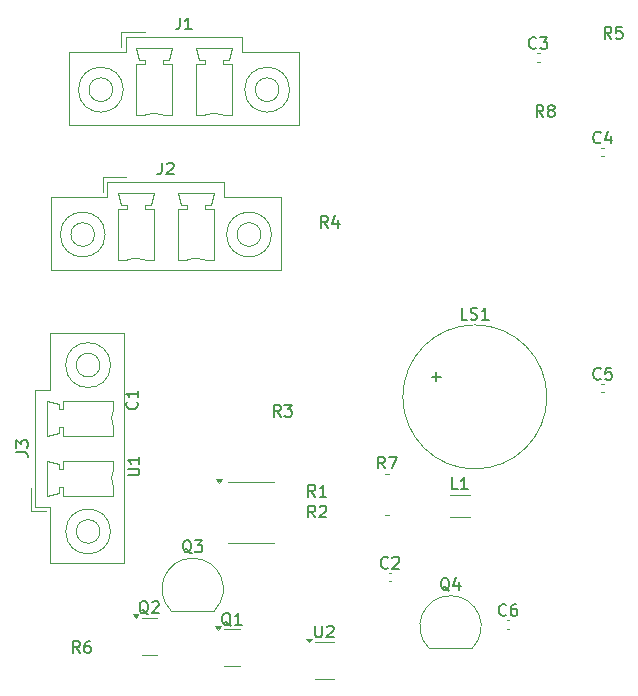
<source format=gbr>
G04 #@! TF.GenerationSoftware,KiCad,Pcbnew,9.0.4*
G04 #@! TF.CreationDate,2026-02-01T17:43:42+05:30*
G04 #@! TF.ProjectId,Classdamp ltversion,436c6173-7364-4616-9d70-206c74766572,rev?*
G04 #@! TF.SameCoordinates,Original*
G04 #@! TF.FileFunction,Legend,Top*
G04 #@! TF.FilePolarity,Positive*
%FSLAX46Y46*%
G04 Gerber Fmt 4.6, Leading zero omitted, Abs format (unit mm)*
G04 Created by KiCad (PCBNEW 9.0.4) date 2026-02-01 17:43:42*
%MOMM*%
%LPD*%
G01*
G04 APERTURE LIST*
%ADD10C,0.150000*%
%ADD11C,0.120000*%
G04 APERTURE END LIST*
D10*
X128989580Y-93166666D02*
X129037200Y-93214285D01*
X129037200Y-93214285D02*
X129084819Y-93357142D01*
X129084819Y-93357142D02*
X129084819Y-93452380D01*
X129084819Y-93452380D02*
X129037200Y-93595237D01*
X129037200Y-93595237D02*
X128941961Y-93690475D01*
X128941961Y-93690475D02*
X128846723Y-93738094D01*
X128846723Y-93738094D02*
X128656247Y-93785713D01*
X128656247Y-93785713D02*
X128513390Y-93785713D01*
X128513390Y-93785713D02*
X128322914Y-93738094D01*
X128322914Y-93738094D02*
X128227676Y-93690475D01*
X128227676Y-93690475D02*
X128132438Y-93595237D01*
X128132438Y-93595237D02*
X128084819Y-93452380D01*
X128084819Y-93452380D02*
X128084819Y-93357142D01*
X128084819Y-93357142D02*
X128132438Y-93214285D01*
X128132438Y-93214285D02*
X128180057Y-93166666D01*
X129084819Y-92214285D02*
X129084819Y-92785713D01*
X129084819Y-92499999D02*
X128084819Y-92499999D01*
X128084819Y-92499999D02*
X128227676Y-92595237D01*
X128227676Y-92595237D02*
X128322914Y-92690475D01*
X128322914Y-92690475D02*
X128370533Y-92785713D01*
X141170833Y-94424819D02*
X140837500Y-93948628D01*
X140599405Y-94424819D02*
X140599405Y-93424819D01*
X140599405Y-93424819D02*
X140980357Y-93424819D01*
X140980357Y-93424819D02*
X141075595Y-93472438D01*
X141075595Y-93472438D02*
X141123214Y-93520057D01*
X141123214Y-93520057D02*
X141170833Y-93615295D01*
X141170833Y-93615295D02*
X141170833Y-93758152D01*
X141170833Y-93758152D02*
X141123214Y-93853390D01*
X141123214Y-93853390D02*
X141075595Y-93901009D01*
X141075595Y-93901009D02*
X140980357Y-93948628D01*
X140980357Y-93948628D02*
X140599405Y-93948628D01*
X141504167Y-93424819D02*
X142123214Y-93424819D01*
X142123214Y-93424819D02*
X141789881Y-93805771D01*
X141789881Y-93805771D02*
X141932738Y-93805771D01*
X141932738Y-93805771D02*
X142027976Y-93853390D01*
X142027976Y-93853390D02*
X142075595Y-93901009D01*
X142075595Y-93901009D02*
X142123214Y-93996247D01*
X142123214Y-93996247D02*
X142123214Y-94234342D01*
X142123214Y-94234342D02*
X142075595Y-94329580D01*
X142075595Y-94329580D02*
X142027976Y-94377200D01*
X142027976Y-94377200D02*
X141932738Y-94424819D01*
X141932738Y-94424819D02*
X141647024Y-94424819D01*
X141647024Y-94424819D02*
X141551786Y-94377200D01*
X141551786Y-94377200D02*
X141504167Y-94329580D01*
X144105833Y-102944819D02*
X143772500Y-102468628D01*
X143534405Y-102944819D02*
X143534405Y-101944819D01*
X143534405Y-101944819D02*
X143915357Y-101944819D01*
X143915357Y-101944819D02*
X144010595Y-101992438D01*
X144010595Y-101992438D02*
X144058214Y-102040057D01*
X144058214Y-102040057D02*
X144105833Y-102135295D01*
X144105833Y-102135295D02*
X144105833Y-102278152D01*
X144105833Y-102278152D02*
X144058214Y-102373390D01*
X144058214Y-102373390D02*
X144010595Y-102421009D01*
X144010595Y-102421009D02*
X143915357Y-102468628D01*
X143915357Y-102468628D02*
X143534405Y-102468628D01*
X144486786Y-102040057D02*
X144534405Y-101992438D01*
X144534405Y-101992438D02*
X144629643Y-101944819D01*
X144629643Y-101944819D02*
X144867738Y-101944819D01*
X144867738Y-101944819D02*
X144962976Y-101992438D01*
X144962976Y-101992438D02*
X145010595Y-102040057D01*
X145010595Y-102040057D02*
X145058214Y-102135295D01*
X145058214Y-102135295D02*
X145058214Y-102230533D01*
X145058214Y-102230533D02*
X145010595Y-102373390D01*
X145010595Y-102373390D02*
X144439167Y-102944819D01*
X144439167Y-102944819D02*
X145058214Y-102944819D01*
X160265833Y-111199580D02*
X160218214Y-111247200D01*
X160218214Y-111247200D02*
X160075357Y-111294819D01*
X160075357Y-111294819D02*
X159980119Y-111294819D01*
X159980119Y-111294819D02*
X159837262Y-111247200D01*
X159837262Y-111247200D02*
X159742024Y-111151961D01*
X159742024Y-111151961D02*
X159694405Y-111056723D01*
X159694405Y-111056723D02*
X159646786Y-110866247D01*
X159646786Y-110866247D02*
X159646786Y-110723390D01*
X159646786Y-110723390D02*
X159694405Y-110532914D01*
X159694405Y-110532914D02*
X159742024Y-110437676D01*
X159742024Y-110437676D02*
X159837262Y-110342438D01*
X159837262Y-110342438D02*
X159980119Y-110294819D01*
X159980119Y-110294819D02*
X160075357Y-110294819D01*
X160075357Y-110294819D02*
X160218214Y-110342438D01*
X160218214Y-110342438D02*
X160265833Y-110390057D01*
X161122976Y-110294819D02*
X160932500Y-110294819D01*
X160932500Y-110294819D02*
X160837262Y-110342438D01*
X160837262Y-110342438D02*
X160789643Y-110390057D01*
X160789643Y-110390057D02*
X160694405Y-110532914D01*
X160694405Y-110532914D02*
X160646786Y-110723390D01*
X160646786Y-110723390D02*
X160646786Y-111104342D01*
X160646786Y-111104342D02*
X160694405Y-111199580D01*
X160694405Y-111199580D02*
X160742024Y-111247200D01*
X160742024Y-111247200D02*
X160837262Y-111294819D01*
X160837262Y-111294819D02*
X161027738Y-111294819D01*
X161027738Y-111294819D02*
X161122976Y-111247200D01*
X161122976Y-111247200D02*
X161170595Y-111199580D01*
X161170595Y-111199580D02*
X161218214Y-111104342D01*
X161218214Y-111104342D02*
X161218214Y-110866247D01*
X161218214Y-110866247D02*
X161170595Y-110771009D01*
X161170595Y-110771009D02*
X161122976Y-110723390D01*
X161122976Y-110723390D02*
X161027738Y-110675771D01*
X161027738Y-110675771D02*
X160837262Y-110675771D01*
X160837262Y-110675771D02*
X160742024Y-110723390D01*
X160742024Y-110723390D02*
X160694405Y-110771009D01*
X160694405Y-110771009D02*
X160646786Y-110866247D01*
X144100595Y-112104819D02*
X144100595Y-112914342D01*
X144100595Y-112914342D02*
X144148214Y-113009580D01*
X144148214Y-113009580D02*
X144195833Y-113057200D01*
X144195833Y-113057200D02*
X144291071Y-113104819D01*
X144291071Y-113104819D02*
X144481547Y-113104819D01*
X144481547Y-113104819D02*
X144576785Y-113057200D01*
X144576785Y-113057200D02*
X144624404Y-113009580D01*
X144624404Y-113009580D02*
X144672023Y-112914342D01*
X144672023Y-112914342D02*
X144672023Y-112104819D01*
X145100595Y-112200057D02*
X145148214Y-112152438D01*
X145148214Y-112152438D02*
X145243452Y-112104819D01*
X145243452Y-112104819D02*
X145481547Y-112104819D01*
X145481547Y-112104819D02*
X145576785Y-112152438D01*
X145576785Y-112152438D02*
X145624404Y-112200057D01*
X145624404Y-112200057D02*
X145672023Y-112295295D01*
X145672023Y-112295295D02*
X145672023Y-112390533D01*
X145672023Y-112390533D02*
X145624404Y-112533390D01*
X145624404Y-112533390D02*
X145052976Y-113104819D01*
X145052976Y-113104819D02*
X145672023Y-113104819D01*
X136967261Y-112150057D02*
X136872023Y-112102438D01*
X136872023Y-112102438D02*
X136776785Y-112007200D01*
X136776785Y-112007200D02*
X136633928Y-111864342D01*
X136633928Y-111864342D02*
X136538690Y-111816723D01*
X136538690Y-111816723D02*
X136443452Y-111816723D01*
X136491071Y-112054819D02*
X136395833Y-112007200D01*
X136395833Y-112007200D02*
X136300595Y-111911961D01*
X136300595Y-111911961D02*
X136252976Y-111721485D01*
X136252976Y-111721485D02*
X136252976Y-111388152D01*
X136252976Y-111388152D02*
X136300595Y-111197676D01*
X136300595Y-111197676D02*
X136395833Y-111102438D01*
X136395833Y-111102438D02*
X136491071Y-111054819D01*
X136491071Y-111054819D02*
X136681547Y-111054819D01*
X136681547Y-111054819D02*
X136776785Y-111102438D01*
X136776785Y-111102438D02*
X136872023Y-111197676D01*
X136872023Y-111197676D02*
X136919642Y-111388152D01*
X136919642Y-111388152D02*
X136919642Y-111721485D01*
X136919642Y-111721485D02*
X136872023Y-111911961D01*
X136872023Y-111911961D02*
X136776785Y-112007200D01*
X136776785Y-112007200D02*
X136681547Y-112054819D01*
X136681547Y-112054819D02*
X136491071Y-112054819D01*
X137872023Y-112054819D02*
X137300595Y-112054819D01*
X137586309Y-112054819D02*
X137586309Y-111054819D01*
X137586309Y-111054819D02*
X137491071Y-111197676D01*
X137491071Y-111197676D02*
X137395833Y-111292914D01*
X137395833Y-111292914D02*
X137300595Y-111340533D01*
X163422333Y-69053105D02*
X163089000Y-68576914D01*
X162850905Y-69053105D02*
X162850905Y-68053105D01*
X162850905Y-68053105D02*
X163231857Y-68053105D01*
X163231857Y-68053105D02*
X163327095Y-68100724D01*
X163327095Y-68100724D02*
X163374714Y-68148343D01*
X163374714Y-68148343D02*
X163422333Y-68243581D01*
X163422333Y-68243581D02*
X163422333Y-68386438D01*
X163422333Y-68386438D02*
X163374714Y-68481676D01*
X163374714Y-68481676D02*
X163327095Y-68529295D01*
X163327095Y-68529295D02*
X163231857Y-68576914D01*
X163231857Y-68576914D02*
X162850905Y-68576914D01*
X163993762Y-68481676D02*
X163898524Y-68434057D01*
X163898524Y-68434057D02*
X163850905Y-68386438D01*
X163850905Y-68386438D02*
X163803286Y-68291200D01*
X163803286Y-68291200D02*
X163803286Y-68243581D01*
X163803286Y-68243581D02*
X163850905Y-68148343D01*
X163850905Y-68148343D02*
X163898524Y-68100724D01*
X163898524Y-68100724D02*
X163993762Y-68053105D01*
X163993762Y-68053105D02*
X164184238Y-68053105D01*
X164184238Y-68053105D02*
X164279476Y-68100724D01*
X164279476Y-68100724D02*
X164327095Y-68148343D01*
X164327095Y-68148343D02*
X164374714Y-68243581D01*
X164374714Y-68243581D02*
X164374714Y-68291200D01*
X164374714Y-68291200D02*
X164327095Y-68386438D01*
X164327095Y-68386438D02*
X164279476Y-68434057D01*
X164279476Y-68434057D02*
X164184238Y-68481676D01*
X164184238Y-68481676D02*
X163993762Y-68481676D01*
X163993762Y-68481676D02*
X163898524Y-68529295D01*
X163898524Y-68529295D02*
X163850905Y-68576914D01*
X163850905Y-68576914D02*
X163803286Y-68672152D01*
X163803286Y-68672152D02*
X163803286Y-68862628D01*
X163803286Y-68862628D02*
X163850905Y-68957866D01*
X163850905Y-68957866D02*
X163898524Y-69005486D01*
X163898524Y-69005486D02*
X163993762Y-69053105D01*
X163993762Y-69053105D02*
X164184238Y-69053105D01*
X164184238Y-69053105D02*
X164279476Y-69005486D01*
X164279476Y-69005486D02*
X164327095Y-68957866D01*
X164327095Y-68957866D02*
X164374714Y-68862628D01*
X164374714Y-68862628D02*
X164374714Y-68672152D01*
X164374714Y-68672152D02*
X164327095Y-68576914D01*
X164327095Y-68576914D02*
X164279476Y-68529295D01*
X164279476Y-68529295D02*
X164184238Y-68481676D01*
X145170833Y-78424819D02*
X144837500Y-77948628D01*
X144599405Y-78424819D02*
X144599405Y-77424819D01*
X144599405Y-77424819D02*
X144980357Y-77424819D01*
X144980357Y-77424819D02*
X145075595Y-77472438D01*
X145075595Y-77472438D02*
X145123214Y-77520057D01*
X145123214Y-77520057D02*
X145170833Y-77615295D01*
X145170833Y-77615295D02*
X145170833Y-77758152D01*
X145170833Y-77758152D02*
X145123214Y-77853390D01*
X145123214Y-77853390D02*
X145075595Y-77901009D01*
X145075595Y-77901009D02*
X144980357Y-77948628D01*
X144980357Y-77948628D02*
X144599405Y-77948628D01*
X146027976Y-77758152D02*
X146027976Y-78424819D01*
X145789881Y-77377200D02*
X145551786Y-78091485D01*
X145551786Y-78091485D02*
X146170833Y-78091485D01*
X128214819Y-99391904D02*
X129024342Y-99391904D01*
X129024342Y-99391904D02*
X129119580Y-99344285D01*
X129119580Y-99344285D02*
X129167200Y-99296666D01*
X129167200Y-99296666D02*
X129214819Y-99201428D01*
X129214819Y-99201428D02*
X129214819Y-99010952D01*
X129214819Y-99010952D02*
X129167200Y-98915714D01*
X129167200Y-98915714D02*
X129119580Y-98868095D01*
X129119580Y-98868095D02*
X129024342Y-98820476D01*
X129024342Y-98820476D02*
X128214819Y-98820476D01*
X129214819Y-97820476D02*
X129214819Y-98391904D01*
X129214819Y-98106190D02*
X128214819Y-98106190D01*
X128214819Y-98106190D02*
X128357676Y-98201428D01*
X128357676Y-98201428D02*
X128452914Y-98296666D01*
X128452914Y-98296666D02*
X128500533Y-98391904D01*
X149995833Y-98804819D02*
X149662500Y-98328628D01*
X149424405Y-98804819D02*
X149424405Y-97804819D01*
X149424405Y-97804819D02*
X149805357Y-97804819D01*
X149805357Y-97804819D02*
X149900595Y-97852438D01*
X149900595Y-97852438D02*
X149948214Y-97900057D01*
X149948214Y-97900057D02*
X149995833Y-97995295D01*
X149995833Y-97995295D02*
X149995833Y-98138152D01*
X149995833Y-98138152D02*
X149948214Y-98233390D01*
X149948214Y-98233390D02*
X149900595Y-98281009D01*
X149900595Y-98281009D02*
X149805357Y-98328628D01*
X149805357Y-98328628D02*
X149424405Y-98328628D01*
X150329167Y-97804819D02*
X150995833Y-97804819D01*
X150995833Y-97804819D02*
X150567262Y-98804819D01*
X118779819Y-97433333D02*
X119494104Y-97433333D01*
X119494104Y-97433333D02*
X119636961Y-97480952D01*
X119636961Y-97480952D02*
X119732200Y-97576190D01*
X119732200Y-97576190D02*
X119779819Y-97719047D01*
X119779819Y-97719047D02*
X119779819Y-97814285D01*
X118779819Y-97052380D02*
X118779819Y-96433333D01*
X118779819Y-96433333D02*
X119160771Y-96766666D01*
X119160771Y-96766666D02*
X119160771Y-96623809D01*
X119160771Y-96623809D02*
X119208390Y-96528571D01*
X119208390Y-96528571D02*
X119256009Y-96480952D01*
X119256009Y-96480952D02*
X119351247Y-96433333D01*
X119351247Y-96433333D02*
X119589342Y-96433333D01*
X119589342Y-96433333D02*
X119684580Y-96480952D01*
X119684580Y-96480952D02*
X119732200Y-96528571D01*
X119732200Y-96528571D02*
X119779819Y-96623809D01*
X119779819Y-96623809D02*
X119779819Y-96909523D01*
X119779819Y-96909523D02*
X119732200Y-97004761D01*
X119732200Y-97004761D02*
X119684580Y-97052380D01*
X133634761Y-105990057D02*
X133539523Y-105942438D01*
X133539523Y-105942438D02*
X133444285Y-105847200D01*
X133444285Y-105847200D02*
X133301428Y-105704342D01*
X133301428Y-105704342D02*
X133206190Y-105656723D01*
X133206190Y-105656723D02*
X133110952Y-105656723D01*
X133158571Y-105894819D02*
X133063333Y-105847200D01*
X133063333Y-105847200D02*
X132968095Y-105751961D01*
X132968095Y-105751961D02*
X132920476Y-105561485D01*
X132920476Y-105561485D02*
X132920476Y-105228152D01*
X132920476Y-105228152D02*
X132968095Y-105037676D01*
X132968095Y-105037676D02*
X133063333Y-104942438D01*
X133063333Y-104942438D02*
X133158571Y-104894819D01*
X133158571Y-104894819D02*
X133349047Y-104894819D01*
X133349047Y-104894819D02*
X133444285Y-104942438D01*
X133444285Y-104942438D02*
X133539523Y-105037676D01*
X133539523Y-105037676D02*
X133587142Y-105228152D01*
X133587142Y-105228152D02*
X133587142Y-105561485D01*
X133587142Y-105561485D02*
X133539523Y-105751961D01*
X133539523Y-105751961D02*
X133444285Y-105847200D01*
X133444285Y-105847200D02*
X133349047Y-105894819D01*
X133349047Y-105894819D02*
X133158571Y-105894819D01*
X133920476Y-104894819D02*
X134539523Y-104894819D01*
X134539523Y-104894819D02*
X134206190Y-105275771D01*
X134206190Y-105275771D02*
X134349047Y-105275771D01*
X134349047Y-105275771D02*
X134444285Y-105323390D01*
X134444285Y-105323390D02*
X134491904Y-105371009D01*
X134491904Y-105371009D02*
X134539523Y-105466247D01*
X134539523Y-105466247D02*
X134539523Y-105704342D01*
X134539523Y-105704342D02*
X134491904Y-105799580D01*
X134491904Y-105799580D02*
X134444285Y-105847200D01*
X134444285Y-105847200D02*
X134349047Y-105894819D01*
X134349047Y-105894819D02*
X134063333Y-105894819D01*
X134063333Y-105894819D02*
X133968095Y-105847200D01*
X133968095Y-105847200D02*
X133920476Y-105799580D01*
X169170833Y-62424819D02*
X168837500Y-61948628D01*
X168599405Y-62424819D02*
X168599405Y-61424819D01*
X168599405Y-61424819D02*
X168980357Y-61424819D01*
X168980357Y-61424819D02*
X169075595Y-61472438D01*
X169075595Y-61472438D02*
X169123214Y-61520057D01*
X169123214Y-61520057D02*
X169170833Y-61615295D01*
X169170833Y-61615295D02*
X169170833Y-61758152D01*
X169170833Y-61758152D02*
X169123214Y-61853390D01*
X169123214Y-61853390D02*
X169075595Y-61901009D01*
X169075595Y-61901009D02*
X168980357Y-61948628D01*
X168980357Y-61948628D02*
X168599405Y-61948628D01*
X170075595Y-61424819D02*
X169599405Y-61424819D01*
X169599405Y-61424819D02*
X169551786Y-61901009D01*
X169551786Y-61901009D02*
X169599405Y-61853390D01*
X169599405Y-61853390D02*
X169694643Y-61805771D01*
X169694643Y-61805771D02*
X169932738Y-61805771D01*
X169932738Y-61805771D02*
X170027976Y-61853390D01*
X170027976Y-61853390D02*
X170075595Y-61901009D01*
X170075595Y-61901009D02*
X170123214Y-61996247D01*
X170123214Y-61996247D02*
X170123214Y-62234342D01*
X170123214Y-62234342D02*
X170075595Y-62329580D01*
X170075595Y-62329580D02*
X170027976Y-62377200D01*
X170027976Y-62377200D02*
X169932738Y-62424819D01*
X169932738Y-62424819D02*
X169694643Y-62424819D01*
X169694643Y-62424819D02*
X169599405Y-62377200D01*
X169599405Y-62377200D02*
X169551786Y-62329580D01*
X131126666Y-72904819D02*
X131126666Y-73619104D01*
X131126666Y-73619104D02*
X131079047Y-73761961D01*
X131079047Y-73761961D02*
X130983809Y-73857200D01*
X130983809Y-73857200D02*
X130840952Y-73904819D01*
X130840952Y-73904819D02*
X130745714Y-73904819D01*
X131555238Y-73000057D02*
X131602857Y-72952438D01*
X131602857Y-72952438D02*
X131698095Y-72904819D01*
X131698095Y-72904819D02*
X131936190Y-72904819D01*
X131936190Y-72904819D02*
X132031428Y-72952438D01*
X132031428Y-72952438D02*
X132079047Y-73000057D01*
X132079047Y-73000057D02*
X132126666Y-73095295D01*
X132126666Y-73095295D02*
X132126666Y-73190533D01*
X132126666Y-73190533D02*
X132079047Y-73333390D01*
X132079047Y-73333390D02*
X131507619Y-73904819D01*
X131507619Y-73904819D02*
X132126666Y-73904819D01*
X124170833Y-114424819D02*
X123837500Y-113948628D01*
X123599405Y-114424819D02*
X123599405Y-113424819D01*
X123599405Y-113424819D02*
X123980357Y-113424819D01*
X123980357Y-113424819D02*
X124075595Y-113472438D01*
X124075595Y-113472438D02*
X124123214Y-113520057D01*
X124123214Y-113520057D02*
X124170833Y-113615295D01*
X124170833Y-113615295D02*
X124170833Y-113758152D01*
X124170833Y-113758152D02*
X124123214Y-113853390D01*
X124123214Y-113853390D02*
X124075595Y-113901009D01*
X124075595Y-113901009D02*
X123980357Y-113948628D01*
X123980357Y-113948628D02*
X123599405Y-113948628D01*
X125027976Y-113424819D02*
X124837500Y-113424819D01*
X124837500Y-113424819D02*
X124742262Y-113472438D01*
X124742262Y-113472438D02*
X124694643Y-113520057D01*
X124694643Y-113520057D02*
X124599405Y-113662914D01*
X124599405Y-113662914D02*
X124551786Y-113853390D01*
X124551786Y-113853390D02*
X124551786Y-114234342D01*
X124551786Y-114234342D02*
X124599405Y-114329580D01*
X124599405Y-114329580D02*
X124647024Y-114377200D01*
X124647024Y-114377200D02*
X124742262Y-114424819D01*
X124742262Y-114424819D02*
X124932738Y-114424819D01*
X124932738Y-114424819D02*
X125027976Y-114377200D01*
X125027976Y-114377200D02*
X125075595Y-114329580D01*
X125075595Y-114329580D02*
X125123214Y-114234342D01*
X125123214Y-114234342D02*
X125123214Y-113996247D01*
X125123214Y-113996247D02*
X125075595Y-113901009D01*
X125075595Y-113901009D02*
X125027976Y-113853390D01*
X125027976Y-113853390D02*
X124932738Y-113805771D01*
X124932738Y-113805771D02*
X124742262Y-113805771D01*
X124742262Y-113805771D02*
X124647024Y-113853390D01*
X124647024Y-113853390D02*
X124599405Y-113901009D01*
X124599405Y-113901009D02*
X124551786Y-113996247D01*
X156170833Y-100554819D02*
X155694643Y-100554819D01*
X155694643Y-100554819D02*
X155694643Y-99554819D01*
X157027976Y-100554819D02*
X156456548Y-100554819D01*
X156742262Y-100554819D02*
X156742262Y-99554819D01*
X156742262Y-99554819D02*
X156647024Y-99697676D01*
X156647024Y-99697676D02*
X156551786Y-99792914D01*
X156551786Y-99792914D02*
X156456548Y-99840533D01*
X168265833Y-71199580D02*
X168218214Y-71247200D01*
X168218214Y-71247200D02*
X168075357Y-71294819D01*
X168075357Y-71294819D02*
X167980119Y-71294819D01*
X167980119Y-71294819D02*
X167837262Y-71247200D01*
X167837262Y-71247200D02*
X167742024Y-71151961D01*
X167742024Y-71151961D02*
X167694405Y-71056723D01*
X167694405Y-71056723D02*
X167646786Y-70866247D01*
X167646786Y-70866247D02*
X167646786Y-70723390D01*
X167646786Y-70723390D02*
X167694405Y-70532914D01*
X167694405Y-70532914D02*
X167742024Y-70437676D01*
X167742024Y-70437676D02*
X167837262Y-70342438D01*
X167837262Y-70342438D02*
X167980119Y-70294819D01*
X167980119Y-70294819D02*
X168075357Y-70294819D01*
X168075357Y-70294819D02*
X168218214Y-70342438D01*
X168218214Y-70342438D02*
X168265833Y-70390057D01*
X169122976Y-70628152D02*
X169122976Y-71294819D01*
X168884881Y-70247200D02*
X168646786Y-70961485D01*
X168646786Y-70961485D02*
X169265833Y-70961485D01*
X156979642Y-86204819D02*
X156503452Y-86204819D01*
X156503452Y-86204819D02*
X156503452Y-85204819D01*
X157265357Y-86157200D02*
X157408214Y-86204819D01*
X157408214Y-86204819D02*
X157646309Y-86204819D01*
X157646309Y-86204819D02*
X157741547Y-86157200D01*
X157741547Y-86157200D02*
X157789166Y-86109580D01*
X157789166Y-86109580D02*
X157836785Y-86014342D01*
X157836785Y-86014342D02*
X157836785Y-85919104D01*
X157836785Y-85919104D02*
X157789166Y-85823866D01*
X157789166Y-85823866D02*
X157741547Y-85776247D01*
X157741547Y-85776247D02*
X157646309Y-85728628D01*
X157646309Y-85728628D02*
X157455833Y-85681009D01*
X157455833Y-85681009D02*
X157360595Y-85633390D01*
X157360595Y-85633390D02*
X157312976Y-85585771D01*
X157312976Y-85585771D02*
X157265357Y-85490533D01*
X157265357Y-85490533D02*
X157265357Y-85395295D01*
X157265357Y-85395295D02*
X157312976Y-85300057D01*
X157312976Y-85300057D02*
X157360595Y-85252438D01*
X157360595Y-85252438D02*
X157455833Y-85204819D01*
X157455833Y-85204819D02*
X157693928Y-85204819D01*
X157693928Y-85204819D02*
X157836785Y-85252438D01*
X158789166Y-86204819D02*
X158217738Y-86204819D01*
X158503452Y-86204819D02*
X158503452Y-85204819D01*
X158503452Y-85204819D02*
X158408214Y-85347676D01*
X158408214Y-85347676D02*
X158312976Y-85442914D01*
X158312976Y-85442914D02*
X158217738Y-85490533D01*
X153991548Y-91023866D02*
X154753453Y-91023866D01*
X154372500Y-91404819D02*
X154372500Y-90642914D01*
X129967261Y-111150057D02*
X129872023Y-111102438D01*
X129872023Y-111102438D02*
X129776785Y-111007200D01*
X129776785Y-111007200D02*
X129633928Y-110864342D01*
X129633928Y-110864342D02*
X129538690Y-110816723D01*
X129538690Y-110816723D02*
X129443452Y-110816723D01*
X129491071Y-111054819D02*
X129395833Y-111007200D01*
X129395833Y-111007200D02*
X129300595Y-110911961D01*
X129300595Y-110911961D02*
X129252976Y-110721485D01*
X129252976Y-110721485D02*
X129252976Y-110388152D01*
X129252976Y-110388152D02*
X129300595Y-110197676D01*
X129300595Y-110197676D02*
X129395833Y-110102438D01*
X129395833Y-110102438D02*
X129491071Y-110054819D01*
X129491071Y-110054819D02*
X129681547Y-110054819D01*
X129681547Y-110054819D02*
X129776785Y-110102438D01*
X129776785Y-110102438D02*
X129872023Y-110197676D01*
X129872023Y-110197676D02*
X129919642Y-110388152D01*
X129919642Y-110388152D02*
X129919642Y-110721485D01*
X129919642Y-110721485D02*
X129872023Y-110911961D01*
X129872023Y-110911961D02*
X129776785Y-111007200D01*
X129776785Y-111007200D02*
X129681547Y-111054819D01*
X129681547Y-111054819D02*
X129491071Y-111054819D01*
X130300595Y-110150057D02*
X130348214Y-110102438D01*
X130348214Y-110102438D02*
X130443452Y-110054819D01*
X130443452Y-110054819D02*
X130681547Y-110054819D01*
X130681547Y-110054819D02*
X130776785Y-110102438D01*
X130776785Y-110102438D02*
X130824404Y-110150057D01*
X130824404Y-110150057D02*
X130872023Y-110245295D01*
X130872023Y-110245295D02*
X130872023Y-110340533D01*
X130872023Y-110340533D02*
X130824404Y-110483390D01*
X130824404Y-110483390D02*
X130252976Y-111054819D01*
X130252976Y-111054819D02*
X130872023Y-111054819D01*
X155467261Y-109170057D02*
X155372023Y-109122438D01*
X155372023Y-109122438D02*
X155276785Y-109027200D01*
X155276785Y-109027200D02*
X155133928Y-108884342D01*
X155133928Y-108884342D02*
X155038690Y-108836723D01*
X155038690Y-108836723D02*
X154943452Y-108836723D01*
X154991071Y-109074819D02*
X154895833Y-109027200D01*
X154895833Y-109027200D02*
X154800595Y-108931961D01*
X154800595Y-108931961D02*
X154752976Y-108741485D01*
X154752976Y-108741485D02*
X154752976Y-108408152D01*
X154752976Y-108408152D02*
X154800595Y-108217676D01*
X154800595Y-108217676D02*
X154895833Y-108122438D01*
X154895833Y-108122438D02*
X154991071Y-108074819D01*
X154991071Y-108074819D02*
X155181547Y-108074819D01*
X155181547Y-108074819D02*
X155276785Y-108122438D01*
X155276785Y-108122438D02*
X155372023Y-108217676D01*
X155372023Y-108217676D02*
X155419642Y-108408152D01*
X155419642Y-108408152D02*
X155419642Y-108741485D01*
X155419642Y-108741485D02*
X155372023Y-108931961D01*
X155372023Y-108931961D02*
X155276785Y-109027200D01*
X155276785Y-109027200D02*
X155181547Y-109074819D01*
X155181547Y-109074819D02*
X154991071Y-109074819D01*
X156276785Y-108408152D02*
X156276785Y-109074819D01*
X156038690Y-108027200D02*
X155800595Y-108741485D01*
X155800595Y-108741485D02*
X156419642Y-108741485D01*
X144105833Y-101194819D02*
X143772500Y-100718628D01*
X143534405Y-101194819D02*
X143534405Y-100194819D01*
X143534405Y-100194819D02*
X143915357Y-100194819D01*
X143915357Y-100194819D02*
X144010595Y-100242438D01*
X144010595Y-100242438D02*
X144058214Y-100290057D01*
X144058214Y-100290057D02*
X144105833Y-100385295D01*
X144105833Y-100385295D02*
X144105833Y-100528152D01*
X144105833Y-100528152D02*
X144058214Y-100623390D01*
X144058214Y-100623390D02*
X144010595Y-100671009D01*
X144010595Y-100671009D02*
X143915357Y-100718628D01*
X143915357Y-100718628D02*
X143534405Y-100718628D01*
X145058214Y-101194819D02*
X144486786Y-101194819D01*
X144772500Y-101194819D02*
X144772500Y-100194819D01*
X144772500Y-100194819D02*
X144677262Y-100337676D01*
X144677262Y-100337676D02*
X144582024Y-100432914D01*
X144582024Y-100432914D02*
X144486786Y-100480533D01*
X168265833Y-91199580D02*
X168218214Y-91247200D01*
X168218214Y-91247200D02*
X168075357Y-91294819D01*
X168075357Y-91294819D02*
X167980119Y-91294819D01*
X167980119Y-91294819D02*
X167837262Y-91247200D01*
X167837262Y-91247200D02*
X167742024Y-91151961D01*
X167742024Y-91151961D02*
X167694405Y-91056723D01*
X167694405Y-91056723D02*
X167646786Y-90866247D01*
X167646786Y-90866247D02*
X167646786Y-90723390D01*
X167646786Y-90723390D02*
X167694405Y-90532914D01*
X167694405Y-90532914D02*
X167742024Y-90437676D01*
X167742024Y-90437676D02*
X167837262Y-90342438D01*
X167837262Y-90342438D02*
X167980119Y-90294819D01*
X167980119Y-90294819D02*
X168075357Y-90294819D01*
X168075357Y-90294819D02*
X168218214Y-90342438D01*
X168218214Y-90342438D02*
X168265833Y-90390057D01*
X169170595Y-90294819D02*
X168694405Y-90294819D01*
X168694405Y-90294819D02*
X168646786Y-90771009D01*
X168646786Y-90771009D02*
X168694405Y-90723390D01*
X168694405Y-90723390D02*
X168789643Y-90675771D01*
X168789643Y-90675771D02*
X169027738Y-90675771D01*
X169027738Y-90675771D02*
X169122976Y-90723390D01*
X169122976Y-90723390D02*
X169170595Y-90771009D01*
X169170595Y-90771009D02*
X169218214Y-90866247D01*
X169218214Y-90866247D02*
X169218214Y-91104342D01*
X169218214Y-91104342D02*
X169170595Y-91199580D01*
X169170595Y-91199580D02*
X169122976Y-91247200D01*
X169122976Y-91247200D02*
X169027738Y-91294819D01*
X169027738Y-91294819D02*
X168789643Y-91294819D01*
X168789643Y-91294819D02*
X168694405Y-91247200D01*
X168694405Y-91247200D02*
X168646786Y-91199580D01*
X132661666Y-60642319D02*
X132661666Y-61356604D01*
X132661666Y-61356604D02*
X132614047Y-61499461D01*
X132614047Y-61499461D02*
X132518809Y-61594700D01*
X132518809Y-61594700D02*
X132375952Y-61642319D01*
X132375952Y-61642319D02*
X132280714Y-61642319D01*
X133661666Y-61642319D02*
X133090238Y-61642319D01*
X133375952Y-61642319D02*
X133375952Y-60642319D01*
X133375952Y-60642319D02*
X133280714Y-60785176D01*
X133280714Y-60785176D02*
X133185476Y-60880414D01*
X133185476Y-60880414D02*
X133090238Y-60928033D01*
X150265833Y-107199580D02*
X150218214Y-107247200D01*
X150218214Y-107247200D02*
X150075357Y-107294819D01*
X150075357Y-107294819D02*
X149980119Y-107294819D01*
X149980119Y-107294819D02*
X149837262Y-107247200D01*
X149837262Y-107247200D02*
X149742024Y-107151961D01*
X149742024Y-107151961D02*
X149694405Y-107056723D01*
X149694405Y-107056723D02*
X149646786Y-106866247D01*
X149646786Y-106866247D02*
X149646786Y-106723390D01*
X149646786Y-106723390D02*
X149694405Y-106532914D01*
X149694405Y-106532914D02*
X149742024Y-106437676D01*
X149742024Y-106437676D02*
X149837262Y-106342438D01*
X149837262Y-106342438D02*
X149980119Y-106294819D01*
X149980119Y-106294819D02*
X150075357Y-106294819D01*
X150075357Y-106294819D02*
X150218214Y-106342438D01*
X150218214Y-106342438D02*
X150265833Y-106390057D01*
X150646786Y-106390057D02*
X150694405Y-106342438D01*
X150694405Y-106342438D02*
X150789643Y-106294819D01*
X150789643Y-106294819D02*
X151027738Y-106294819D01*
X151027738Y-106294819D02*
X151122976Y-106342438D01*
X151122976Y-106342438D02*
X151170595Y-106390057D01*
X151170595Y-106390057D02*
X151218214Y-106485295D01*
X151218214Y-106485295D02*
X151218214Y-106580533D01*
X151218214Y-106580533D02*
X151170595Y-106723390D01*
X151170595Y-106723390D02*
X150599167Y-107294819D01*
X150599167Y-107294819D02*
X151218214Y-107294819D01*
X162815833Y-63199580D02*
X162768214Y-63247200D01*
X162768214Y-63247200D02*
X162625357Y-63294819D01*
X162625357Y-63294819D02*
X162530119Y-63294819D01*
X162530119Y-63294819D02*
X162387262Y-63247200D01*
X162387262Y-63247200D02*
X162292024Y-63151961D01*
X162292024Y-63151961D02*
X162244405Y-63056723D01*
X162244405Y-63056723D02*
X162196786Y-62866247D01*
X162196786Y-62866247D02*
X162196786Y-62723390D01*
X162196786Y-62723390D02*
X162244405Y-62532914D01*
X162244405Y-62532914D02*
X162292024Y-62437676D01*
X162292024Y-62437676D02*
X162387262Y-62342438D01*
X162387262Y-62342438D02*
X162530119Y-62294819D01*
X162530119Y-62294819D02*
X162625357Y-62294819D01*
X162625357Y-62294819D02*
X162768214Y-62342438D01*
X162768214Y-62342438D02*
X162815833Y-62390057D01*
X163149167Y-62294819D02*
X163768214Y-62294819D01*
X163768214Y-62294819D02*
X163434881Y-62675771D01*
X163434881Y-62675771D02*
X163577738Y-62675771D01*
X163577738Y-62675771D02*
X163672976Y-62723390D01*
X163672976Y-62723390D02*
X163720595Y-62771009D01*
X163720595Y-62771009D02*
X163768214Y-62866247D01*
X163768214Y-62866247D02*
X163768214Y-63104342D01*
X163768214Y-63104342D02*
X163720595Y-63199580D01*
X163720595Y-63199580D02*
X163672976Y-63247200D01*
X163672976Y-63247200D02*
X163577738Y-63294819D01*
X163577738Y-63294819D02*
X163292024Y-63294819D01*
X163292024Y-63294819D02*
X163196786Y-63247200D01*
X163196786Y-63247200D02*
X163149167Y-63199580D01*
D11*
X160316665Y-111640000D02*
X160548335Y-111640000D01*
X160316665Y-112360000D02*
X160548335Y-112360000D01*
X144862500Y-113490000D02*
X144062500Y-113490000D01*
X144862500Y-113490000D02*
X145662500Y-113490000D01*
X144862500Y-116610000D02*
X144062500Y-116610000D01*
X144862500Y-116610000D02*
X145662500Y-116610000D01*
X143562500Y-113540000D02*
X143322500Y-113210000D01*
X143802500Y-113210000D01*
X143562500Y-113540000D01*
G36*
X143562500Y-113540000D02*
G01*
X143322500Y-113210000D01*
X143802500Y-113210000D01*
X143562500Y-113540000D01*
G37*
X137062500Y-112440000D02*
X136412500Y-112440000D01*
X137062500Y-112440000D02*
X137712500Y-112440000D01*
X137062500Y-115560000D02*
X136412500Y-115560000D01*
X137062500Y-115560000D02*
X137712500Y-115560000D01*
X135900000Y-112490000D02*
X135660000Y-112160000D01*
X136140000Y-112160000D01*
X135900000Y-112490000D01*
G36*
X135900000Y-112490000D02*
G01*
X135660000Y-112160000D01*
X136140000Y-112160000D01*
X135900000Y-112490000D01*
G37*
X138642500Y-99960000D02*
X136692500Y-99960000D01*
X138642500Y-99960000D02*
X140592500Y-99960000D01*
X138642500Y-105080000D02*
X136692500Y-105080000D01*
X138642500Y-105080000D02*
X140592500Y-105080000D01*
X135942500Y-100055000D02*
X135702500Y-99725000D01*
X136182500Y-99725000D01*
X135942500Y-100055000D01*
G36*
X135942500Y-100055000D02*
G01*
X135702500Y-99725000D01*
X136182500Y-99725000D01*
X135942500Y-100055000D01*
G37*
X149979517Y-99290000D02*
X150345483Y-99290000D01*
X149979517Y-102710000D02*
X150345483Y-102710000D01*
X120025000Y-102440000D02*
X120025000Y-100440000D01*
X120415000Y-92150000D02*
X120415000Y-102050000D01*
X120415000Y-102050000D02*
X121665000Y-102050000D01*
X121275000Y-102440000D02*
X120025000Y-102440000D01*
X121375000Y-93060000D02*
X122375000Y-93310000D01*
X121375000Y-96060000D02*
X121375000Y-93060000D01*
X121375000Y-98140000D02*
X122375000Y-98390000D01*
X121375000Y-101140000D02*
X121375000Y-98140000D01*
X121665000Y-87350000D02*
X121665000Y-92150000D01*
X121665000Y-92150000D02*
X120415000Y-92150000D01*
X121665000Y-102050000D02*
X121665000Y-106850000D01*
X121665000Y-106850000D02*
X127885000Y-106850000D01*
X122375000Y-93310000D02*
X122375000Y-93810000D01*
X122375000Y-93810000D02*
X122725000Y-93810000D01*
X122375000Y-95310000D02*
X122375000Y-95810000D01*
X122375000Y-95810000D02*
X121375000Y-96060000D01*
X122375000Y-98390000D02*
X122375000Y-98890000D01*
X122375000Y-98890000D02*
X122725000Y-98890000D01*
X122375000Y-100390000D02*
X122375000Y-100890000D01*
X122375000Y-100890000D02*
X121375000Y-101140000D01*
X122725000Y-93060000D02*
X127025000Y-93060000D01*
X122725000Y-93810000D02*
X122725000Y-93060000D01*
X122725000Y-95310000D02*
X122375000Y-95310000D01*
X122725000Y-96060000D02*
X122725000Y-95310000D01*
X122725000Y-98140000D02*
X127025000Y-98140000D01*
X122725000Y-98890000D02*
X122725000Y-98140000D01*
X122725000Y-100390000D02*
X122375000Y-100390000D01*
X122725000Y-101140000D02*
X122725000Y-100390000D01*
X127025000Y-93060000D02*
X127025000Y-93810000D01*
X127025000Y-95310000D02*
X127025000Y-96060000D01*
X127025000Y-96060000D02*
X122725000Y-96060000D01*
X127025000Y-98140000D02*
X127025000Y-98890000D01*
X127025000Y-100390000D02*
X127025000Y-101140000D01*
X127025000Y-101140000D02*
X122725000Y-101140000D01*
X127885000Y-87350000D02*
X121665000Y-87350000D01*
X127885000Y-106850000D02*
X127885000Y-87350000D01*
X127025000Y-95310000D02*
G75*
G02*
X127024844Y-93810353I1700000J750000D01*
G01*
X127025000Y-100390000D02*
G75*
G02*
X127024844Y-98890353I1700000J750000D01*
G01*
X126775000Y-90060000D02*
G75*
G02*
X122975000Y-90060000I-1900000J0D01*
G01*
X122975000Y-90060000D02*
G75*
G02*
X126775000Y-90060000I1900000J0D01*
G01*
X125875000Y-90060000D02*
G75*
G02*
X123875000Y-90060000I-1000000J0D01*
G01*
X123875000Y-90060000D02*
G75*
G02*
X125875000Y-90060000I1000000J0D01*
G01*
X126775000Y-104140000D02*
G75*
G02*
X122975000Y-104140000I-1900000J0D01*
G01*
X122975000Y-104140000D02*
G75*
G02*
X126775000Y-104140000I1900000J0D01*
G01*
X125875000Y-104140000D02*
G75*
G02*
X123875000Y-104140000I-1000000J0D01*
G01*
X123875000Y-104140000D02*
G75*
G02*
X125875000Y-104140000I1000000J0D01*
G01*
X131930000Y-110850000D02*
X135530000Y-110850000D01*
X131891522Y-110838478D02*
G75*
G02*
X133730000Y-106399999I1838478J1838478D01*
G01*
X133730000Y-106400000D02*
G75*
G02*
X135568478Y-110838478I0J-2600000D01*
G01*
X121710000Y-75790000D02*
X121710000Y-82010000D01*
X121710000Y-82010000D02*
X141210000Y-82010000D01*
X126120000Y-74150000D02*
X128120000Y-74150000D01*
X126120000Y-75400000D02*
X126120000Y-74150000D01*
X126510000Y-74540000D02*
X126510000Y-75790000D01*
X126510000Y-75790000D02*
X121710000Y-75790000D01*
X127420000Y-75500000D02*
X130420000Y-75500000D01*
X127420000Y-76850000D02*
X128170000Y-76850000D01*
X127420000Y-81150000D02*
X127420000Y-76850000D01*
X127670000Y-76500000D02*
X127420000Y-75500000D01*
X128170000Y-76500000D02*
X127670000Y-76500000D01*
X128170000Y-76850000D02*
X128170000Y-76500000D01*
X128170000Y-81150000D02*
X127420000Y-81150000D01*
X129670000Y-76500000D02*
X129670000Y-76850000D01*
X129670000Y-76850000D02*
X130420000Y-76850000D01*
X130170000Y-76500000D02*
X129670000Y-76500000D01*
X130420000Y-75500000D02*
X130170000Y-76500000D01*
X130420000Y-76850000D02*
X130420000Y-81150000D01*
X130420000Y-81150000D02*
X129670000Y-81150000D01*
X132500000Y-75500000D02*
X135500000Y-75500000D01*
X132500000Y-76850000D02*
X133250000Y-76850000D01*
X132500000Y-81150000D02*
X132500000Y-76850000D01*
X132750000Y-76500000D02*
X132500000Y-75500000D01*
X133250000Y-76500000D02*
X132750000Y-76500000D01*
X133250000Y-76850000D02*
X133250000Y-76500000D01*
X133250000Y-81150000D02*
X132500000Y-81150000D01*
X134750000Y-76500000D02*
X134750000Y-76850000D01*
X134750000Y-76850000D02*
X135500000Y-76850000D01*
X135250000Y-76500000D02*
X134750000Y-76500000D01*
X135500000Y-75500000D02*
X135250000Y-76500000D01*
X135500000Y-76850000D02*
X135500000Y-81150000D01*
X135500000Y-81150000D02*
X134750000Y-81150000D01*
X136410000Y-74540000D02*
X126510000Y-74540000D01*
X136410000Y-75790000D02*
X136410000Y-74540000D01*
X141210000Y-75790000D02*
X136410000Y-75790000D01*
X141210000Y-82010000D02*
X141210000Y-75790000D01*
X128170000Y-81150000D02*
G75*
G02*
X129669647Y-81149844I750000J-1700000D01*
G01*
X133250000Y-81150000D02*
G75*
G02*
X134749647Y-81149844I750000J-1700000D01*
G01*
X125420000Y-79000000D02*
G75*
G02*
X123420000Y-79000000I-1000000J0D01*
G01*
X123420000Y-79000000D02*
G75*
G02*
X125420000Y-79000000I1000000J0D01*
G01*
X126320000Y-79000000D02*
G75*
G02*
X122520000Y-79000000I-1900000J0D01*
G01*
X122520000Y-79000000D02*
G75*
G02*
X126320000Y-79000000I1900000J0D01*
G01*
X139500000Y-79000000D02*
G75*
G02*
X137500000Y-79000000I-1000000J0D01*
G01*
X137500000Y-79000000D02*
G75*
G02*
X139500000Y-79000000I1000000J0D01*
G01*
X140400000Y-79000000D02*
G75*
G02*
X136600000Y-79000000I-1900000J0D01*
G01*
X136600000Y-79000000D02*
G75*
G02*
X140400000Y-79000000I1900000J0D01*
G01*
X155502258Y-101090000D02*
X157172742Y-101090000D01*
X155502258Y-102910000D02*
X157172742Y-102910000D01*
X168316665Y-71640000D02*
X168548335Y-71640000D01*
X168316665Y-72360000D02*
X168548335Y-72360000D01*
X163722500Y-92750000D02*
G75*
G02*
X151522500Y-92750000I-6100000J0D01*
G01*
X151522500Y-92750000D02*
G75*
G02*
X163722500Y-92750000I6100000J0D01*
G01*
X130062500Y-111440000D02*
X129412500Y-111440000D01*
X130062500Y-111440000D02*
X130712500Y-111440000D01*
X130062500Y-114560000D02*
X129412500Y-114560000D01*
X130062500Y-114560000D02*
X130712500Y-114560000D01*
X128900000Y-111490000D02*
X128660000Y-111160000D01*
X129140000Y-111160000D01*
X128900000Y-111490000D01*
G36*
X128900000Y-111490000D02*
G01*
X128660000Y-111160000D01*
X129140000Y-111160000D01*
X128900000Y-111490000D01*
G37*
X153762500Y-114030000D02*
X157362500Y-114030000D01*
X153724022Y-114018478D02*
G75*
G02*
X155562500Y-109579999I1838478J1838478D01*
G01*
X155562500Y-109580000D02*
G75*
G02*
X157400978Y-114018478I0J-2600000D01*
G01*
X168316665Y-91640000D02*
X168548335Y-91640000D01*
X168316665Y-92360000D02*
X168548335Y-92360000D01*
X123245000Y-63527500D02*
X123245000Y-69747500D01*
X123245000Y-69747500D02*
X142745000Y-69747500D01*
X127655000Y-61887500D02*
X129655000Y-61887500D01*
X127655000Y-63137500D02*
X127655000Y-61887500D01*
X128045000Y-62277500D02*
X128045000Y-63527500D01*
X128045000Y-63527500D02*
X123245000Y-63527500D01*
X128955000Y-63237500D02*
X131955000Y-63237500D01*
X128955000Y-64587500D02*
X129705000Y-64587500D01*
X128955000Y-68887500D02*
X128955000Y-64587500D01*
X129205000Y-64237500D02*
X128955000Y-63237500D01*
X129705000Y-64237500D02*
X129205000Y-64237500D01*
X129705000Y-64587500D02*
X129705000Y-64237500D01*
X129705000Y-68887500D02*
X128955000Y-68887500D01*
X131205000Y-64237500D02*
X131205000Y-64587500D01*
X131205000Y-64587500D02*
X131955000Y-64587500D01*
X131705000Y-64237500D02*
X131205000Y-64237500D01*
X131955000Y-63237500D02*
X131705000Y-64237500D01*
X131955000Y-64587500D02*
X131955000Y-68887500D01*
X131955000Y-68887500D02*
X131205000Y-68887500D01*
X134035000Y-63237500D02*
X137035000Y-63237500D01*
X134035000Y-64587500D02*
X134785000Y-64587500D01*
X134035000Y-68887500D02*
X134035000Y-64587500D01*
X134285000Y-64237500D02*
X134035000Y-63237500D01*
X134785000Y-64237500D02*
X134285000Y-64237500D01*
X134785000Y-64587500D02*
X134785000Y-64237500D01*
X134785000Y-68887500D02*
X134035000Y-68887500D01*
X136285000Y-64237500D02*
X136285000Y-64587500D01*
X136285000Y-64587500D02*
X137035000Y-64587500D01*
X136785000Y-64237500D02*
X136285000Y-64237500D01*
X137035000Y-63237500D02*
X136785000Y-64237500D01*
X137035000Y-64587500D02*
X137035000Y-68887500D01*
X137035000Y-68887500D02*
X136285000Y-68887500D01*
X137945000Y-62277500D02*
X128045000Y-62277500D01*
X137945000Y-63527500D02*
X137945000Y-62277500D01*
X142745000Y-63527500D02*
X137945000Y-63527500D01*
X142745000Y-69747500D02*
X142745000Y-63527500D01*
X129705000Y-68887500D02*
G75*
G02*
X131204647Y-68887344I750000J-1700000D01*
G01*
X134785000Y-68887500D02*
G75*
G02*
X136284647Y-68887344I750000J-1700000D01*
G01*
X126955000Y-66737500D02*
G75*
G02*
X124955000Y-66737500I-1000000J0D01*
G01*
X124955000Y-66737500D02*
G75*
G02*
X126955000Y-66737500I1000000J0D01*
G01*
X127855000Y-66737500D02*
G75*
G02*
X124055000Y-66737500I-1900000J0D01*
G01*
X124055000Y-66737500D02*
G75*
G02*
X127855000Y-66737500I1900000J0D01*
G01*
X141035000Y-66737500D02*
G75*
G02*
X139035000Y-66737500I-1000000J0D01*
G01*
X139035000Y-66737500D02*
G75*
G02*
X141035000Y-66737500I1000000J0D01*
G01*
X141935000Y-66737500D02*
G75*
G02*
X138135000Y-66737500I-1900000J0D01*
G01*
X138135000Y-66737500D02*
G75*
G02*
X141935000Y-66737500I1900000J0D01*
G01*
X150316665Y-107640000D02*
X150548335Y-107640000D01*
X150316665Y-108360000D02*
X150548335Y-108360000D01*
X162866665Y-63640000D02*
X163098335Y-63640000D01*
X162866665Y-64360000D02*
X163098335Y-64360000D01*
M02*

</source>
